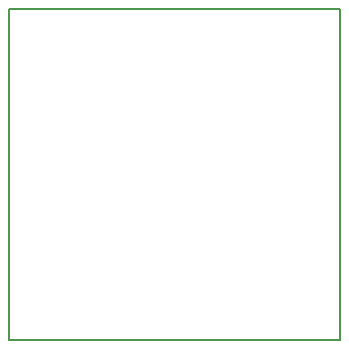
<source format=gm1>
G04 #@! TF.GenerationSoftware,KiCad,Pcbnew,(5.0.0)*
G04 #@! TF.CreationDate,2023-02-17T10:20:36+09:00*
G04 #@! TF.ProjectId,EBYTE-E22-SMD,45425954452D4532322D534D442E6B69,rev?*
G04 #@! TF.SameCoordinates,Original*
G04 #@! TF.FileFunction,Profile,NP*
%FSLAX46Y46*%
G04 Gerber Fmt 4.6, Leading zero omitted, Abs format (unit mm)*
G04 Created by KiCad (PCBNEW (5.0.0)) date 02/17/23 10:20:36*
%MOMM*%
%LPD*%
G01*
G04 APERTURE LIST*
%ADD10C,0.150000*%
G04 APERTURE END LIST*
D10*
X144000000Y-111000000D02*
X144000000Y-83000000D01*
X172000000Y-111000000D02*
X144000000Y-111000000D01*
X172000000Y-83000000D02*
X172000000Y-111000000D01*
X144000000Y-83000000D02*
X172000000Y-83000000D01*
M02*

</source>
